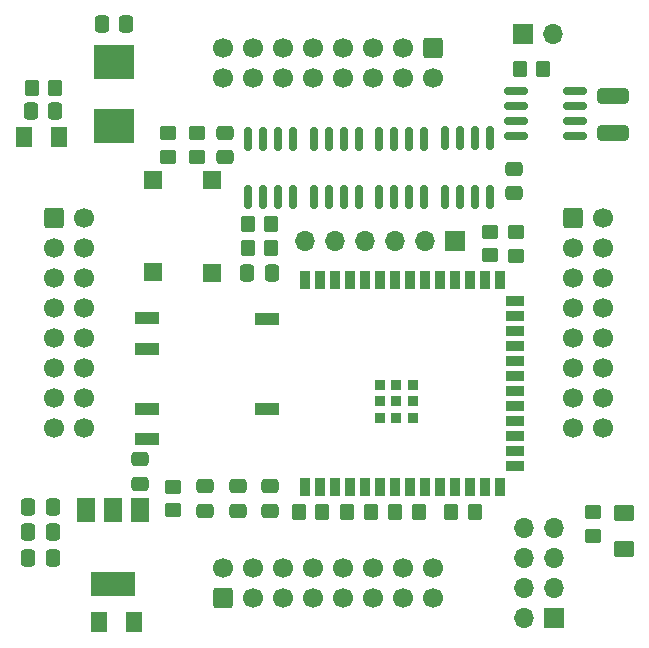
<source format=gbr>
%TF.GenerationSoftware,KiCad,Pcbnew,6.0.11+dfsg-1~bpo11+1*%
%TF.CreationDate,2023-05-15T10:52:48+02:00*%
%TF.ProjectId,avert_12,61766572-745f-4313-922e-6b696361645f,rev?*%
%TF.SameCoordinates,Original*%
%TF.FileFunction,Soldermask,Top*%
%TF.FilePolarity,Negative*%
%FSLAX46Y46*%
G04 Gerber Fmt 4.6, Leading zero omitted, Abs format (unit mm)*
G04 Created by KiCad (PCBNEW 6.0.11+dfsg-1~bpo11+1) date 2023-05-15 10:52:48*
%MOMM*%
%LPD*%
G01*
G04 APERTURE LIST*
G04 Aperture macros list*
%AMRoundRect*
0 Rectangle with rounded corners*
0 $1 Rounding radius*
0 $2 $3 $4 $5 $6 $7 $8 $9 X,Y pos of 4 corners*
0 Add a 4 corners polygon primitive as box body*
4,1,4,$2,$3,$4,$5,$6,$7,$8,$9,$2,$3,0*
0 Add four circle primitives for the rounded corners*
1,1,$1+$1,$2,$3*
1,1,$1+$1,$4,$5*
1,1,$1+$1,$6,$7*
1,1,$1+$1,$8,$9*
0 Add four rect primitives between the rounded corners*
20,1,$1+$1,$2,$3,$4,$5,0*
20,1,$1+$1,$4,$5,$6,$7,0*
20,1,$1+$1,$6,$7,$8,$9,0*
20,1,$1+$1,$8,$9,$2,$3,0*%
G04 Aperture macros list end*
%ADD10RoundRect,0.250000X-0.475000X0.337500X-0.475000X-0.337500X0.475000X-0.337500X0.475000X0.337500X0*%
%ADD11RoundRect,0.250000X0.450000X-0.350000X0.450000X0.350000X-0.450000X0.350000X-0.450000X-0.350000X0*%
%ADD12RoundRect,0.250000X0.337500X0.475000X-0.337500X0.475000X-0.337500X-0.475000X0.337500X-0.475000X0*%
%ADD13RoundRect,0.250000X-0.350000X-0.450000X0.350000X-0.450000X0.350000X0.450000X-0.350000X0.450000X0*%
%ADD14RoundRect,0.150000X0.150000X-0.825000X0.150000X0.825000X-0.150000X0.825000X-0.150000X-0.825000X0*%
%ADD15RoundRect,0.150000X-0.825000X-0.150000X0.825000X-0.150000X0.825000X0.150000X-0.825000X0.150000X0*%
%ADD16RoundRect,0.250000X0.475000X-0.337500X0.475000X0.337500X-0.475000X0.337500X-0.475000X-0.337500X0*%
%ADD17RoundRect,0.250000X-0.600000X-0.600000X0.600000X-0.600000X0.600000X0.600000X-0.600000X0.600000X0*%
%ADD18C,1.700000*%
%ADD19R,2.100000X1.000000*%
%ADD20R,0.900000X1.500000*%
%ADD21R,1.500000X0.900000*%
%ADD22R,0.900000X0.900000*%
%ADD23RoundRect,0.250000X-1.075000X0.400000X-1.075000X-0.400000X1.075000X-0.400000X1.075000X0.400000X0*%
%ADD24RoundRect,0.250000X0.350000X0.450000X-0.350000X0.450000X-0.350000X-0.450000X0.350000X-0.450000X0*%
%ADD25RoundRect,0.250000X0.600000X-0.600000X0.600000X0.600000X-0.600000X0.600000X-0.600000X-0.600000X0*%
%ADD26R,1.700000X1.700000*%
%ADD27O,1.700000X1.700000*%
%ADD28RoundRect,0.250000X-0.600000X0.600000X-0.600000X-0.600000X0.600000X-0.600000X0.600000X0.600000X0*%
%ADD29R,3.500000X2.950000*%
%ADD30RoundRect,0.250001X0.462499X0.624999X-0.462499X0.624999X-0.462499X-0.624999X0.462499X-0.624999X0*%
%ADD31RoundRect,0.250001X-0.462499X-0.624999X0.462499X-0.624999X0.462499X0.624999X-0.462499X0.624999X0*%
%ADD32R,1.500000X1.500000*%
%ADD33RoundRect,0.250000X-0.337500X-0.475000X0.337500X-0.475000X0.337500X0.475000X-0.337500X0.475000X0*%
%ADD34RoundRect,0.250000X-0.450000X0.350000X-0.450000X-0.350000X0.450000X-0.350000X0.450000X0.350000X0*%
%ADD35RoundRect,0.250001X0.624999X-0.462499X0.624999X0.462499X-0.624999X0.462499X-0.624999X-0.462499X0*%
%ADD36R,1.500000X2.000000*%
%ADD37R,3.800000X2.000000*%
G04 APERTURE END LIST*
D10*
%TO.C,C5*%
X136050000Y-107170000D03*
X136050000Y-109245000D03*
%TD*%
D11*
%TO.C,R2*%
X130165000Y-79260000D03*
X130165000Y-77260000D03*
%TD*%
D12*
%TO.C,C7*%
X120390000Y-108940000D03*
X118315000Y-108940000D03*
%TD*%
D13*
%TO.C,R13*%
X154080000Y-109340000D03*
X156080000Y-109340000D03*
%TD*%
D14*
%TO.C,U8*%
X142460000Y-82675000D03*
X143730000Y-82675000D03*
X145000000Y-82675000D03*
X146270000Y-82675000D03*
X146270000Y-77725000D03*
X145000000Y-77725000D03*
X143730000Y-77725000D03*
X142460000Y-77725000D03*
%TD*%
D15*
%TO.C,U2*%
X159620000Y-73735000D03*
X159620000Y-75005000D03*
X159620000Y-76275000D03*
X159620000Y-77545000D03*
X164570000Y-77545000D03*
X164570000Y-76275000D03*
X164570000Y-75005000D03*
X164570000Y-73735000D03*
%TD*%
D16*
%TO.C,C8*%
X133280000Y-109235000D03*
X133280000Y-107160000D03*
%TD*%
D17*
%TO.C,J4*%
X164445000Y-84440000D03*
D18*
X166985000Y-84440000D03*
X164445000Y-86980000D03*
X166985000Y-86980000D03*
X164445000Y-89520000D03*
X166985000Y-89520000D03*
X164445000Y-92060000D03*
X166985000Y-92060000D03*
X164445000Y-94600000D03*
X166985000Y-94600000D03*
X164445000Y-97140000D03*
X166985000Y-97140000D03*
X164445000Y-99680000D03*
X166985000Y-99680000D03*
X164445000Y-102220000D03*
X166985000Y-102220000D03*
%TD*%
D13*
%TO.C,R12*%
X136865000Y-84970000D03*
X138865000Y-84970000D03*
%TD*%
D11*
%TO.C,R18*%
X159605000Y-87640000D03*
X159605000Y-85640000D03*
%TD*%
D19*
%TO.C,U3*%
X128330000Y-92950000D03*
X128350000Y-95510000D03*
X128350000Y-100590000D03*
X128350000Y-103130000D03*
X138510000Y-100590000D03*
X138510000Y-92970000D03*
%TD*%
D20*
%TO.C,U1*%
X141735000Y-107220000D03*
X143005000Y-107220000D03*
X144275000Y-107220000D03*
X145545000Y-107220000D03*
X146815000Y-107220000D03*
X148085000Y-107220000D03*
X149355000Y-107220000D03*
X150625000Y-107220000D03*
X151895000Y-107220000D03*
X153165000Y-107220000D03*
X154435000Y-107220000D03*
X155705000Y-107220000D03*
X156975000Y-107220000D03*
X158245000Y-107220000D03*
D21*
X159495000Y-105455000D03*
X159495000Y-104185000D03*
X159495000Y-102915000D03*
X159495000Y-101645000D03*
X159495000Y-100375000D03*
X159495000Y-99105000D03*
X159495000Y-97835000D03*
X159495000Y-96565000D03*
X159495000Y-95295000D03*
X159495000Y-94025000D03*
X159495000Y-92755000D03*
X159495000Y-91485000D03*
D20*
X158245000Y-89720000D03*
X156975000Y-89720000D03*
X155705000Y-89720000D03*
X154435000Y-89720000D03*
X153165000Y-89720000D03*
X151895000Y-89720000D03*
X150625000Y-89720000D03*
X149355000Y-89720000D03*
X148085000Y-89720000D03*
X146815000Y-89720000D03*
X145545000Y-89720000D03*
X144275000Y-89720000D03*
X143005000Y-89720000D03*
X141735000Y-89720000D03*
D22*
X149455000Y-99970000D03*
X149455000Y-101370000D03*
X148055000Y-99970000D03*
X150855000Y-98570000D03*
X150855000Y-99970000D03*
X148055000Y-101370000D03*
X150855000Y-101370000D03*
X148055000Y-98570000D03*
X149455000Y-98570000D03*
%TD*%
D23*
%TO.C,R11*%
X167795000Y-74140000D03*
X167795000Y-77240000D03*
%TD*%
D14*
%TO.C,U6*%
X136910000Y-82685000D03*
X138180000Y-82685000D03*
X139450000Y-82685000D03*
X140720000Y-82685000D03*
X140720000Y-77735000D03*
X139450000Y-77735000D03*
X138180000Y-77735000D03*
X136910000Y-77735000D03*
%TD*%
D12*
%TO.C,C9*%
X120390000Y-113210000D03*
X118315000Y-113210000D03*
%TD*%
%TO.C,C12*%
X138927500Y-89090000D03*
X136852500Y-89090000D03*
%TD*%
D11*
%TO.C,R16*%
X157375000Y-87610000D03*
X157375000Y-85610000D03*
%TD*%
D24*
%TO.C,R19*%
X143205000Y-109360000D03*
X141205000Y-109360000D03*
%TD*%
D13*
%TO.C,R15*%
X149360000Y-109330000D03*
X151360000Y-109330000D03*
%TD*%
%TO.C,R17*%
X145295000Y-109350000D03*
X147295000Y-109350000D03*
%TD*%
D25*
%TO.C,J2*%
X134790000Y-116660000D03*
D18*
X134790000Y-114120000D03*
X137330000Y-116660000D03*
X137330000Y-114120000D03*
X139870000Y-116660000D03*
X139870000Y-114120000D03*
X142410000Y-116660000D03*
X142410000Y-114120000D03*
X144950000Y-116660000D03*
X144950000Y-114120000D03*
X147490000Y-116660000D03*
X147490000Y-114120000D03*
X150030000Y-116660000D03*
X150030000Y-114120000D03*
X152570000Y-116660000D03*
X152570000Y-114120000D03*
%TD*%
D10*
%TO.C,C1*%
X138775000Y-107172500D03*
X138775000Y-109247500D03*
%TD*%
D26*
%TO.C,J7*%
X160155000Y-68840000D03*
D27*
X162695000Y-68840000D03*
%TD*%
D14*
%TO.C,U5*%
X153550000Y-82655000D03*
X154820000Y-82655000D03*
X156090000Y-82655000D03*
X157360000Y-82655000D03*
X157360000Y-77705000D03*
X156090000Y-77705000D03*
X154820000Y-77705000D03*
X153550000Y-77705000D03*
%TD*%
D28*
%TO.C,J1*%
X152585000Y-70087500D03*
D18*
X152585000Y-72627500D03*
X150045000Y-70087500D03*
X150045000Y-72627500D03*
X147505000Y-70087500D03*
X147505000Y-72627500D03*
X144965000Y-70087500D03*
X144965000Y-72627500D03*
X142425000Y-70087500D03*
X142425000Y-72627500D03*
X139885000Y-70087500D03*
X139885000Y-72627500D03*
X137345000Y-70087500D03*
X137345000Y-72627500D03*
X134805000Y-70087500D03*
X134805000Y-72627500D03*
%TD*%
D16*
%TO.C,C2*%
X159425000Y-82360000D03*
X159425000Y-80285000D03*
%TD*%
D29*
%TO.C,L1*%
X125545000Y-71250000D03*
X125545000Y-76700000D03*
%TD*%
D12*
%TO.C,C10*%
X120390000Y-111070000D03*
X118315000Y-111070000D03*
%TD*%
D30*
%TO.C,D3*%
X120900000Y-77620000D03*
X117925000Y-77620000D03*
%TD*%
D24*
%TO.C,R20*%
X120570000Y-73410000D03*
X118570000Y-73410000D03*
%TD*%
D31*
%TO.C,D1*%
X124255000Y-118680000D03*
X127230000Y-118680000D03*
%TD*%
D16*
%TO.C,C11*%
X134915000Y-79317500D03*
X134915000Y-77242500D03*
%TD*%
D32*
%TO.C,SW2*%
X128855000Y-81240000D03*
X128855000Y-89040000D03*
%TD*%
D14*
%TO.C,U7*%
X148020000Y-82675000D03*
X149290000Y-82675000D03*
X150560000Y-82675000D03*
X151830000Y-82675000D03*
X151830000Y-77725000D03*
X150560000Y-77725000D03*
X149290000Y-77725000D03*
X148020000Y-77725000D03*
%TD*%
D32*
%TO.C,SW1*%
X133855000Y-81280000D03*
X133855000Y-89080000D03*
%TD*%
D26*
%TO.C,J5*%
X154400000Y-86415000D03*
D27*
X151860000Y-86415000D03*
X149320000Y-86415000D03*
X146780000Y-86415000D03*
X144240000Y-86415000D03*
X141700000Y-86415000D03*
%TD*%
D13*
%TO.C,R14*%
X136865000Y-86970000D03*
X138865000Y-86970000D03*
%TD*%
D33*
%TO.C,C3*%
X124500000Y-68000000D03*
X126575000Y-68000000D03*
%TD*%
D11*
%TO.C,R1*%
X132555000Y-79270000D03*
X132555000Y-77270000D03*
%TD*%
D26*
%TO.C,J8*%
X162795000Y-118340000D03*
D27*
X160255000Y-118340000D03*
X162795000Y-115800000D03*
X160255000Y-115800000D03*
X162795000Y-113260000D03*
X160255000Y-113260000D03*
X162795000Y-110720000D03*
X160255000Y-110720000D03*
%TD*%
D17*
%TO.C,J3*%
X120455000Y-84420000D03*
D18*
X122995000Y-84420000D03*
X120455000Y-86960000D03*
X122995000Y-86960000D03*
X120455000Y-89500000D03*
X122995000Y-89500000D03*
X120455000Y-92040000D03*
X122995000Y-92040000D03*
X120455000Y-94580000D03*
X122995000Y-94580000D03*
X120455000Y-97120000D03*
X122995000Y-97120000D03*
X120455000Y-99660000D03*
X122995000Y-99660000D03*
X120455000Y-102200000D03*
X122995000Y-102200000D03*
%TD*%
D34*
%TO.C,R9*%
X166095000Y-109340000D03*
X166095000Y-111340000D03*
%TD*%
D35*
%TO.C,D2*%
X168695000Y-112440000D03*
X168695000Y-109465000D03*
%TD*%
D12*
%TO.C,C4*%
X120600000Y-75420000D03*
X118525000Y-75420000D03*
%TD*%
D34*
%TO.C,R8*%
X130565000Y-107220000D03*
X130565000Y-109220000D03*
%TD*%
D16*
%TO.C,C6*%
X127765000Y-106957500D03*
X127765000Y-104882500D03*
%TD*%
D36*
%TO.C,U4*%
X127795000Y-109170000D03*
X125495000Y-109170000D03*
D37*
X125495000Y-115470000D03*
D36*
X123195000Y-109170000D03*
%TD*%
D24*
%TO.C,R10*%
X161895000Y-71840000D03*
X159895000Y-71840000D03*
%TD*%
M02*

</source>
